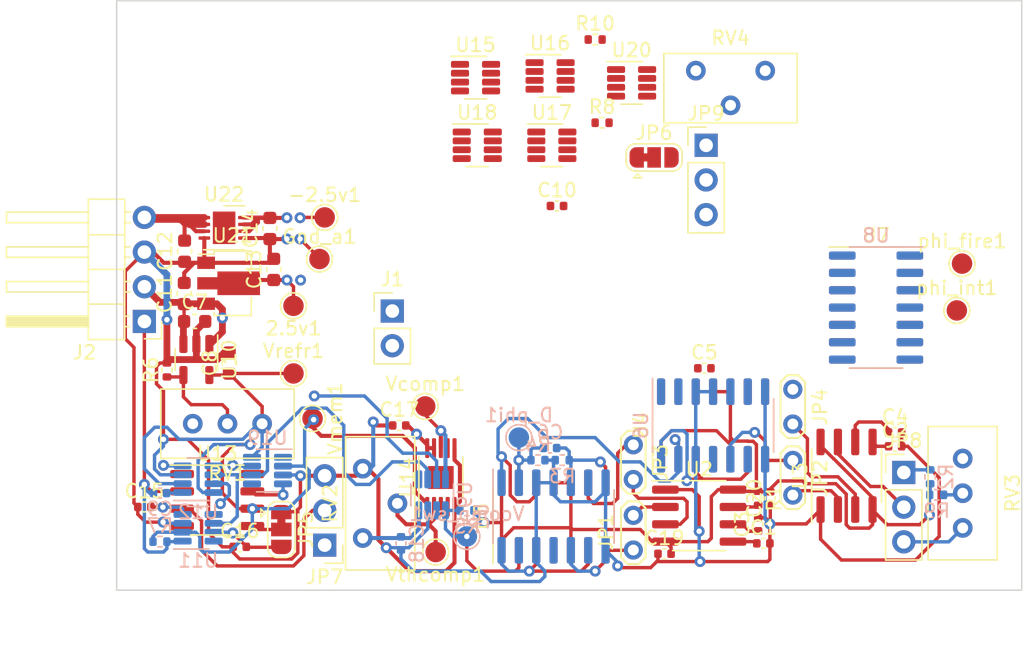
<source format=kicad_pcb>
(kicad_pcb (version 20211014) (generator pcbnew)
  (layers (0 "F.Cu" signal) (1 "In1.Cu" signal) (2 "In2.Cu" signal) (31 "B.Cu" signal) (34 "B.Paste" user) (35 "F.Paste" user) (36 "B.SilkS" user "B.Silkscreen") (37 "F.SilkS" user "F.Silkscreen") (38 "B.Mask" user) (39 "F.Mask" user) (44 "Edge.Cuts" user))
  (net 0 "")
  (net 1 "-2V5")
  (net 2 "+2V5")
  (net 3 "Net-(C1-Pad1)")
  (net 4 "GND")
  (net 5 "Net-(C2-Pad1)")
  (net 6 "Net-(C3-Pad1)")
  (net 7 "Net-(C4-Pad1)")
  (net 8 "phi_int")
  (net 9 "n_phi1")
  (net 10 "d_phi1")
  (net 11 "+5V")
  (net 12 "vrefr")
  (net 13 "I_in")
  (net 14 "Net-(C9-Pad2)")
  (net 15 "Net-(C10-Pad2)")
  (net 16 "-5V")
  (net 17 "vout")
  (net 18 "trig1")
  (net 19 "Net-(JP1-Pad2)")
  (net 20 "trig2")
  (net 21 "Net-(JP2-Pad2)")
  (net 22 "phi1")
  (net 23 "Net-(JP3-Pad2)")
  (net 24 "phi2")
  (net 25 "Net-(JP4-Pad2)")
  (net 26 "Net-(JP5-Pad2)")
  (net 27 "Net-(JP6-Pad2)")
  (net 28 "Net-(JP7-Pad1)")
  (net 29 "Net-(JP7-Pad2)")
  (net 30 "Net-(JP8-Pad1)")
  (net 31 "Net-(JP8-Pad2)")
  (net 32 "Net-(JP8-Pad3)")
  (net 33 "Net-(JP9-Pad1)")
  (net 34 "Net-(JP9-Pad3)")
  (net 35 "phi_fire")
  (net 36 "Net-(R1-Pad2)")
  (net 37 "vcomp_sw")
  (net 38 "Net-(R6-Pad1)")
  (net 39 "Net-(R7-Pad2)")
  (net 40 "Net-(R10-Pad1)")
  (net 41 "Net-(R9-Pad2)")
  (net 42 "Net-(R10-Pad2)")
  (net 44 "Net-(RV2-Pad2)")
  (net 47 "Net-(U1-Pad1)")
  (net 48 "Net-(U1-Pad14)")
  (net 50 "Net-(U4-Pad3)")
  (net 52 "Net-(U4-Pad14)")
  (net 59 "vcomp")
  (footprint "Package_TO_SOT_SMD:SOT-23-8" (layer "F.Cu") (at 65.913 79.1718)
    (fp_text reference "U15")
    (fp_text value "ADG619")
  )
  (footprint "Resistor_SMD:R_0402_1005Metric" (layer "F.Cu") (at 86.614 109.982 -90)
    (fp_text reference "R1")
    (fp_text value "4.7k")
  )
  (footprint "TestPoint:TestPoint_2Pads_Pitch2.54mm_Drill0.8mm" (layer "F.Cu") (at 77.47 113.772 90)
    (fp_text reference "JP1")
    (fp_text value "Jumper_2_Bridged")
  )
  (footprint "Potentiometer_THT:Potentiometer_Bourns_3296Y_Vertical" (layer "F.Cu") (at 57.653 107.813 90)
    (fp_text reference "RV2")
    (fp_text value "100k")
  )
  (footprint "TestPoint:TestPoint_Pad_D1.5mm" (layer "F.Cu") (at 53.975 104.14 -90)
    (fp_text reference "Vmem1")
    (fp_text value "TestPoint")
  )
  (footprint "Package_TO_SOT_SMD:SOT-23-8" (layer "F.Cu") (at 71.501 84.1248)
    (fp_text reference "U17")
    (fp_text value "ADG619")
  )
  (footprint "TestPoint:TestPoint_Pad_D1.5mm" (layer "F.Cu") (at 62.992 113.919 180)
    (fp_text reference "Vthcomp1")
    (fp_text value "TestPoint")
  )
  (footprint "Package_TO_SOT_SMD:SOT-23-8" (layer "F.Cu") (at 66.04 84.1248)
    (fp_text reference "U18")
    (fp_text value "ADG619")
  )
  (footprint "TestPoint:TestPoint_2Pads_Pitch2.54mm_Drill0.8mm" (layer "F.Cu") (at 89.154 102.001 -90)
    (fp_text reference "JP4")
    (fp_text value "Jumper_2_Bridged")
  )
  (footprint "Potentiometer_THT:Potentiometer_Bourns_3296W_Vertical" (layer "F.Cu") (at 101.6 112.151 -90)
    (fp_text reference "RV3")
    (fp_text value "5k")
  )
  (footprint "Package_TO_SOT_SMD:SOT-23-8" (layer "F.Cu") (at 77.343 79.5528)
    (fp_text reference "U20")
    (fp_text value "ADG619")
  )
  (footprint "Package_SO:SOIC-14_3.9x8.7mm_P1.27mm" (layer "F.Cu") (at 95.25 96.012)
    (fp_text reference "U7")
    (fp_text value "ALD1107")
  )
  (footprint "Capacitor_SMD:C_0603_1608Metric" (layer "F.Cu") (at 44.6018 91.8836 90)
    (fp_text reference "C12")
    (fp_text value "10uf")
  )
  (footprint "Package_SO:SO-8_3.9x4.9mm_P1.27mm" (layer "F.Cu") (at 46.99 110.109)
    (fp_text reference "U13")
    (fp_text value "LTC6268xS8-10")
  )
  (footprint "Jumper:SolderJumper-3_P1.3mm_Bridged12_RoundedPad1.0x1.5mm" (layer "F.Cu") (at 78.994 85.0138)
    (fp_text reference "JP6")
    (fp_text value "SolderJumper_3_Bridged12")
  )
  (footprint "Package_SO:SOIC-14_3.9x8.7mm_P1.27mm" (layer "F.Cu") (at 71.628 111.317 90)
    (fp_text reference "U5")
    (fp_text value "ALD1107")
  )
  (footprint "Resistor_SMD:R_0402_1005Metric" (layer "F.Cu") (at 43.307 100.584 90)
    (fp_text reference "R6")
    (fp_text value "10k")
  )
  (footprint "Capacitor_SMD:C_0402_1005Metric" (layer "F.Cu") (at 79.756 114.046)
    (fp_text reference "C19")
    (fp_text value "100n")
  )
  (footprint "Package_TO_SOT_SMD:SOT-23-8" (layer "F.Cu") (at 71.374 79.0448)
    (fp_text reference "U16")
    (fp_text value "ADG619")
  )
  (footprint "Package_DFN_QFN:DFN-8-1EP_3x3mm_P0.5mm_EP1.65x2.38mm" (layer "F.Cu") (at 47.4974 90.1694)
    (fp_text reference "U22")
    (fp_text value "LT3015EDD-2.5")
  )
  (footprint "Package_TO_SOT_SMD:SOT-23-5" (layer "F.Cu") (at 45.466 99.8165 -90)
    (fp_text reference "U10")
    (fp_text value "AP7366")
  )
  (footprint "Capacitor_SMD:C_0603_1608Metric" (layer "F.Cu") (at 50.8502 90.2202 90)
    (fp_text reference "C14")
    (fp_text value "10uf")
  )
  (footprint "Connector_PinHeader_2.54mm:PinHeader_1x03_P2.54mm_Vertical" (layer "F.Cu") (at 54.864 113.411 180)
    (fp_text reference "JP7")
    (fp_text value "Jumper_3_Bridged12")
  )
  (footprint "Package_SO:SOIC-8_3.9x4.9mm_P1.27mm" (layer "F.Cu") (at 82.296 111.252)
    (fp_text reference "U2")
    (fp_text value "LM555xM")
  )
  (footprint "Package_SO:SOIC-14_3.9x8.7mm_P1.27mm" (layer "F.Cu") (at 83.312 104.648 90)
    (fp_text reference "U4")
    (fp_text value "ALD1107")
  )
  (footprint "TestPoint:TestPoint_Pad_D1.5mm" (layer "F.Cu") (at 62.23 103.251)
    (fp_text reference "Vcomp1")
    (fp_text value "TestPoint")
  )
  (footprint "Jumper:SolderJumper-3_P1.3mm_Bridged12_RoundedPad1.0x1.5mm" (layer "F.Cu") (at 51.689 112.268 -90)
    (fp_text reference "JP5")
    (fp_text value "SolderJumper_3_Bridged12")
  )
  (footprint "Resistor_SMD:R_0402_1005Metric" (layer "F.Cu") (at 75.184 82.4738)
    (fp_text reference "R8")
    (fp_text value "500k")
  )
  (footprint "Potentiometer_THT:Potentiometer_Bourns_3296Y_Vertical" (layer "F.Cu") (at 87.132 78.6588)
    (fp_text reference "RV4")
    (fp_text value "500k")
  )
  (footprint "Capacitor_SMD:C_0402_1005Metric" (layer "F.Cu") (at 96.647 106.172)
    (fp_text reference "C2")
    (fp_text value "0.1u")
  )
  (footprint "Package_TO_SOT_SMD:SOT-89-3" (layer "F.Cu") (at 47.8276 94.2334)
    (fp_text reference "U21")
    (fp_text value "AP1117Y25G")
  )
  (footprint "Connector_PinHeader_2.54mm:PinHeader_1x03_P2.54mm_Vertical" (layer "F.Cu") (at 97.282 108.092)
    (fp_text reference "JP8")
    (fp_text value "Jumper_3_Bridged12")
  )
  (footprint "Capacitor_SMD:C_0402_1005Metric" (layer "F.Cu") (at 82.677 100.457)
    (fp_text reference "C5")
    (fp_text value "1n")
  )
  (footprint "Capacitor_SMD:C_0402_1005Metric" (layer "F.Cu") (at 96.647 105.156)
    (fp_text reference "C4")
    (fp_text value "0.25u")
  )
  (footprint "Capacitor_SMD:C_0603_1608Metric" (layer "F.Cu") (at 45.339 97.028)
    (fp_text reference "C7")
    (fp_text value "1u")
  )
  (footprint "Package_SO:SOIC-8_3.9x4.9mm_P1.27mm" (layer "F.Cu") (at 93.091 108.331 90)
    (fp_text reference "U3")
    (fp_text value "LM555xM")
  )
  (footprint "TestPoint:TestPoint_2Pads_Pitch2.54mm_Drill0.8mm" (layer "F.Cu") (at 89.154 107.208 -90)
    (fp_text reference "JP2")
    (fp_text value "Jumper_2_Bridged")
  )
  (footprint "TestPoint:TestPoint_Pad_D1.5mm" (layer "F.Cu") (at 54.483 92.456)
    (fp_text reference "Gnd_a1")
    (fp_text value "TestPoint")
  )
  (footprint "Potentiometer_THT:Potentiometer_Bourns_3296W_Vertical" (layer "F.Cu") (at 45.202 104.521 180)
    (fp_text reference "RV1")
    (fp_text value "20k")
  )
  (footprint "TestPoint:TestPoint_Pad_D1.5mm" (layer "F.Cu") (at 101.168 96.222)
    (fp_text reference "phi_int1")
    (fp_text value "TestPoint")
  )
  (footprint "Capacitor_SMD:C_0402_1005Metric" (layer "F.Cu") (at 87.503 109.982 90)
    (fp_text reference "C20")
    (fp_text value "100n")
  )
  (footprint "Capacitor_SMD:C_0402_1005Metric" (layer "F.Cu") (at 86.995 113.284)
    (fp_text reference "C1")
    (fp_text value "0.1u")
  )
  (footprint "Capacitor_SMD:C_0402_1005Metric" (layer "F.Cu") (at 86.614 111.887 90)
    (fp_text reference "C3")
    (fp_text value "0.03u")
  )
  (footprint "TestPoint:TestPoint_Pad_D1.5mm" (layer "F.Cu") (at 54.864 89.408)
    (fp_text reference "-2.5v1")
    (fp_text value "TestPoint")
  )
  (footprint "Capacitor_SMD:C_0402_1005Metric" (layer "F.Cu") (at 48.641 113.538)
    (fp_text reference "C16")
    (fp_text value "100n")
  )
  (footprint "Capacitor_SMD:C_0402_1005Metric" (layer "F.Cu") (at 60.325 104.648)
    (fp_text reference "C17")
    (fp_text value "100n")
  )
  (footprint "Capacitor_SMD:C_0603_1608Metric" (layer "F.Cu") (at 47.879 100.076 90)
    (fp_text reference "C8")
    (fp_text value "1u")
  )
  (footprint "Package_SO:MSOP-10-1EP_3x3mm_P0.5mm_EP1.68x1.88mm" (layer "F.Cu") (at 63.373 108.458 90)
    (fp_text reference "U14")
    (fp_text value "LT1715")
  )
  (footprint "Connector_PinHeader_2.54mm:PinHeader_1x02_P2.54mm_Vertical" (layer "F.Cu") (at 59.817 96.266)
    (fp_text reference "J1")
    (fp_text value "Output connector")
  )
  (footprint "TestPoint:TestPoint_Pad_D1.5mm" (layer "F.Cu") (at 52.578 100.838)
    (fp_text reference "Vrefr1")
    (fp_text value "TestPoint")
  )
  (footprint "TestPoint:TestPoint_Pad_D1.5mm" (layer "F.Cu") (at 52.578 95.885 180)
    (fp_text reference "2.5v1")
    (fp_text value "TestPoint")
  )
  (footprint "Connector_PinHeader_2.54mm:PinHeader_1x03_P2.54mm_Vertical" (layer "F.Cu") (at 82.804 84.1248)
    (fp_text reference "JP9")
    (fp_text value "Jumper_3_Bridged12")
  )
  (footprint "TestPoint:TestPoint_Pad_D1.5mm" (layer "F.Cu") (at 101.549 92.793)
    (fp_text reference "phi_fire1")
    (fp_text value "TestPoint")
  )
  (footprint "TestPoint:TestPoint_2Pads_Pitch2.54mm_Drill0.8mm" (layer "F.Cu") (at 77.47 106.065 -90)
    (fp_text reference "JP3")
    (fp_text value "Jumper_2_Bridged")
  )
  (footprint "Capacitor_SMD:C_0603_1608Metric" (layer "F.Cu") (at 44.5764 94.983 90)
    (fp_text reference "C11")
    (fp_text value "10uf")
  )
  (footprint "Connector_PinHeader_2.54mm:PinHeader_1x04_P2.54mm_Horizontal" (layer "F.Cu") (at 41.656 97.028 180)
    (fp_text reference "J2")
    (fp_text value "Input connector")
  )
  (footprint "Resistor_SMD:R_0402_1005Metric" (layer "F.Cu") (at 74.676 76.3778)
    (fp_text reference "R10")
    (fp_text value "10k")
  )
  (footprint "Capacitor_SMD:C_0603_1608Metric" (layer "F.Cu") (at 51.1296 93.2174 90)
    (fp_text reference "C13")
    (fp_text value "22uf")
  )
  (footprint "Capacitor_SMD:C_0402_1005Metric" (layer "F.Cu") (at 71.882 88.5698)
    (fp_text reference "C10")
    (fp_text value "500p")
  )
  (footprint "Capacitor_SMD:C_0402_1005Metric" (layer "F.Cu") (at 41.656 110.617)
    (fp_text reference "C15")
    (fp_text value "100n")
  )
  (footprint "Resistor_SMD:R_0402_1005Metric" (layer "B.Cu") (at 42.797 113.157 180)
    (fp_text reference "R7")
    (fp_text value "500k")
  )
  (footprint "TestPoint:TestPoint_Pad_D1.5mm" (layer "B.Cu") (at 69.088 105.537 180)
    (fp_text reference "D_phi1")
    (fp_text value "TestPoint")
  )
  (footprint "Resistor_SMD:R_0402_1005Metric" (layer "B.Cu") (at 65.278 110.871)
    (fp_text reference "R5")
    (fp_text value "109k")
  )
  (footprint "Package_SO:SOIC-14_3.9x8.7mm_P1.27mm" (layer "B.Cu") (at 95.25 96.012 180)
    (fp_text reference "U8")
    (fp_text value "ALD1106")
  )
  (footprint "Package_TO_SOT_SMD:SOT-23-8" (layer "B.Cu") (at 45.593 108.585)
    (fp_text reference "U12")
    (fp_text value "ADG619")
  )
  (footprint "Capacitor_SMD:C_0402_1005Metric" (layer "B.Cu") (at 60.452 113.284 90)
    (fp_text reference "C18")
    (fp_text value "100n")
  )
  (footprint "Package_SO:SOIC-14_3.9x8.7mm_P1.27mm" (layer "B.Cu") (at 71.628 111.317 -90)
    (fp_text reference "U1")
    (fp_text value "ALD1106")
  )
  (footprint "Package_TO_SOT_SMD:SOT-23-8" (layer "B.Cu") (at 62.738 109.728 90)
    (fp_text reference "U9")
    (fp_text value "ADG619")
  )
  (footprint "Capacitor_SMD:C_0402_1005Metric" (layer "B.Cu") (at 42.799 109.601)
    (fp_text reference "C9")
    (fp_text value "20n")
  )
  (footprint "Resistor_SMD:R_0402_1005Metric" (layer "B.Cu") (at 72.263 107.188)
    (fp_text reference "R3")
    (fp_text value "10k")
  )
  (footprint "Package_SO:SOIC-14_3.9x8.7mm_P1.27mm" (layer "B.Cu") (at 83.312 104.648 -90)
    (fp_text reference "U6")
    (fp_text value "ALD1106")
  )
  (footprint "Resistor_SMD:R_0402_1005Metric" (layer "B.Cu") (at 70.485 107.188 180)
    (fp_text reference "R4")
    (fp_text value "1M")
  )
  (footprint "Capacitor_SMD:C_0402_1005Metric" (layer "B.Cu") (at 71.374 106.299 180)
    (fp_text reference "C6")
    (fp_text value "10p")
  )
  (footprint "Resistor_SMD:R_0402_1005Metric" (layer "B.Cu") (at 99.693 109.728)
    (fp_text reference "R9")
    (fp_text value "330")
  )
  (footprint "TestPoint:TestPoint_Pad_D1.5mm" (layer "B.Cu") (at 65.278 112.776 180)
    (fp_text reference "Vcomp_sw1")
    (fp_text value "TestPoint")
  )
  (footprint "Resistor_SMD:R_0402_1005Metric" (layer "B.Cu") (at 99.2124 108.4072 90)
    (fp_text reference "R2")
    (fp_text value "4.7k")
  )
  (footprint "Package_TO_SOT_SMD:SOT-23-8" (layer "B.Cu") (at 45.593 112.141)
    (fp_text reference "U11")
    (fp_text value "ADG619")
  )
  (footprint "Package_TO_SOT_SMD:SOT-23-8" (layer "B.Cu") (at 50.673 107.95 180)
    (fp_text reference "U19")
    (fp_text value "ADG619")
  )
  (gr_rect (start 105.918 116.713) (end 39.624 73.533) (layer "Edge.Cuts") (width 0.1) (fill none))
  (segment (start 49.3302 90.4194) (end 49.9742 89.7754) (width 0.3) (layer "F.Cu") (net 1))
  (segment (start 49.9742 89.7754) (end 49.9742 89.4452) (width 0.3) (layer "F.Cu") (net 1))
  (segment (start 50.8244 89.4194) (end 50.8502 89.4452) (width 0.3) (layer "F.Cu") (net 1))
  (segment (start 49.5 89.9194) (end 49.9742 89.4452) (width 0.3) (layer "F.Cu") (net 1))
  (segment (start 54.864 89.408) (end 53.086 89.408) (width 0.25) (layer "F.Cu") (net 1))
  (segment (start 53.086 89.408) (end 53.0606 89.4334) (width 0.25) (layer "F.Cu") (net 1))
  (segment (start 49.9742 89.4452) (end 50.8502 89.4452) (width 0.3) (layer "F.Cu") (net 1))
  (segment (start 48.9474 89.9194) (end 49.5 89.9194) (width 0.3) (layer "F.Cu") (net 1))
  (segment (start 51.689 113.568) (end 49.179 113.568) (width 0.25) (layer "F.Cu") (net 1))
  (segment (start 49.179 113.568) (end 48.133 112.522) (width 0.25) (layer "F.Cu") (net 1))
  (segment (start 48.9474 89.4194) (end 50.8244 89.4194) (width 0.3) (layer "F.Cu") (net 1))
  (segment (start 48.9474 90.4194) (end 49.3302 90.4194) (width 0.3) (layer "F.Cu") (net 1))
  (segment (start 52.0836 89.4452) (end 52.0954 89.4334) (width 0.3) (layer "F.Cu") (net 1))
  (segment (start 50.8502 89.4452) (end 52.0836 89.4452) (width 0.3) (layer "F.Cu") (net 1))
  (via (at 47.227819 110.3795) (size 0.8) (drill 0.4) (layers "F.Cu" "B.Cu") (net 1))
  (via (at 52.0954 89.4334) (size 0.8) (drill 0.4) (layers "F.Cu" "B.Cu") (net 1))
  (via (at 48.133 112.522) (size 0.8) (drill 0.4) (layers "F.Cu" "B.Cu") (net 1))
  (via (at 54.102 102.489) (size 0.8) (drill 0.4) (layers "F.Cu" "B.Cu") (net 1))
  (via (at 53.0606 89.4334) (size 0.8) (drill 0.4) (layers "F.Cu" "B.Cu") (net 1))
  (via (at 48.133 107.569) (size 0.8) (drill 0.4) (layers "F.Cu" "B.Cu") (net 1))
  (segment (start 47.879 109.093) (end 47.879 109.728319) (width 0.25) (layer "B.Cu") (net 1))
  (segment (start 63.063 107.259) (end 62.484 106.68) (width 0.25) (layer "B.Cu") (net 1))
  (segment (start 59.436 104.14) (end 57.785 102.489) (width 0.25) (layer "B.Cu") (net 1))
  (segment (start 46.7305 108.91) (end 47.696 108.91) (width 0.25) (layer "B.Cu") (net 1))
  (segment (start 47.879 109.728319) (end 47.227819 110.3795) (width 0.25) (layer "B.Cu") (net 1))
  (segment (start 59.436 105.537) (end 59.436 104.14) (width 0.25) (layer "B.Cu") (net 1))
  (segment (start 57.785 102.489) (end 54.102 102.489) (width 0.25) (layer "B.Cu") (net 1))
  (segment (start 48.077 112.466) (end 48.133 112.522) (width 0.25) (layer "B.Cu") (net 1))
  (segment (start 60.579 106.68) (end 59.436 105.537) (width 0.25) (layer "B.Cu") (net 1))
  (segment (start 47.696 108.91) (end 47.879 109.093) (width 0.25) (layer "B.Cu") (net 1))
  (segment (start 49.5355 107.625) (end 48.189 107.625) (width 0.25) (layer "B.Cu") (net 1))
  (segment (start 62.484 106.68) (end 60.579 106.68) (width 0.25) (layer "B.Cu") (net 1))
  (segment (start 63.063 108.5905) (end 63.063 107.259) (width 0.25) (layer "B.Cu") (net 1))
  (segment (start 46.7305 112.466) (end 48.077 112.466) (width 0.25) (layer "B.Cu") (net 1))
  (segment (start 48.189 107.625) (end 48.133 107.569) (width 0.25) (layer "B.Cu") (net 1))
  (segment (start 42.136 110.617) (end 42.997 110.617) (width 0.25) (layer "F.Cu") (net 2))
  (segment (start 52.578 95.885) (end 52.578 94.478) (width 0.25) (layer "F.Cu") (net 2))
  (segment (start 52.0924 93.9924) (end 52.1 94) (width 0.3) (layer "F.Cu") (net 2))
  (segment (start 51.1296 93.9924) (end 52.0924 93.9924) (width 0.3) (layer "F.Cu") (net 2))
  (segment (start 46.5061 93.9924) (end 46.2651 94.2334) (width 0.3) (layer "F.Cu") (net 2))
  (segment (start 42.997 110.617) (end 43.0135 110.6335) (width 0.25) (layer "F.Cu") (net 2))
  (segment (start 49.819 109.728) (end 49.565 109.474) (width 0.25) (layer "F.Cu") (net 2))
  (segment (start 52.578 94.478) (end 52.1 94) (width 0.25) (layer "F.Cu") (net 2))
  (segment (start 51.816 109.728) (end 49.819 109.728) (width 0.25) (layer "F.Cu") (net 2))
  (segment (start 51.1296 93.9924) (end 46.5061 93.9924) (width 0.3) (layer "F.Cu") (net 2))
  (via (at 52.1 94) (size 0.8) (drill 0.4) (layers "F.Cu" "B.Cu") (net 2))
  (via (at 53.1 94) (size 0.8) (drill 0.4) (layers "F.Cu" "B.Cu") (net 2))
  (via (at 43.053 107.569) (size 0.8) (drill 0.4) (layers "F.Cu" "B.Cu") (net 2))
  (via (at 43.0135 110.6335) (size 0.8) (drill 0.4) (layers "F.Cu" "B.Cu") (net 2))
  (via (at 51.816 109.728) (size 0.8) (drill 0.4) (layers "F.Cu" "B.Cu") (net 2))
  (segment (start 61.763 112.227) (end 61.763 110.8655) (width 0.3) (layer "B.Cu") (net 2))
  (segment (start 44.4555 107.61) (end 43.094 107.61) (width 0.25) (layer "B.Cu") (net 2))
  (segment (start 44.4555 110.7495) (end 44.3395 110.6335) (width 0.25) (layer "B.Cu") (net 2))
  (segment (start 51.8105 108.925) (end 51.8105 109.7225) (width 0.25) (layer "B.Cu") (net 2))
  (segment (start 44.4555 111.166) (end 44.4555 110.7495) (width 0.25) (layer "B.Cu") (net 2))
  (segment (start 43.094 107.61) (end 43.053 107.569) (width 0.25) (layer "B.Cu") (net 2))
  (segment (start 51.8105 109.7225) (end 51.816 109.728) (width 0.25) (layer "B.Cu") (net 2))
  (segment (start 61.097 112.893) (end 61.763 112.227) (width 0.3) (layer "B.Cu") (net 2))
  (segment (start 57.653 112.893) (end 61.097 112.893) (width 0.3) (layer "B.Cu") (net 2))
  (segment (start 44.3395 110.6335) (end 43.0135 110.6335) (width 0.25) (layer "B.Cu") (net 2))
  (segment (start 86.388 113.157) (end 86.515 113.284) (width 0.25) (layer "F.Cu") (net 3))
  (segment (start 84.771 113.157) (end 86.388 113.157) (width 0.25) (layer "F.Cu") (net 3))
  (segment (start 81.788 109.347) (end 82.042 109.601) (width 0.25) (layer "F.Cu") (net 4))
  (segment (start 51.1296 92.4424) (end 50.8386 92.7334) (width 0.3) (layer "F.Cu") (net 4))
  (segment (start 52.083 90.9952) (end 52.0954 90.9828) (width 0.3) (layer "F.Cu") (net 4))
  (segment (start 87.475 113.284) (end 87.475 114.455) (width 0.25) (layer "F.Cu") (net 4))
  (segment (start 52.8955 110.8075) (end 52.8955 113.9825) (width 0.25) (layer "F.Cu") (net 4))
  (segment (start 79.276 114.526) (end 79.1845 114.6175) (width 0.25) (layer "F.Cu") (net 4))
  (segment (start 79.821 109.347) (end 81.788 109.347) (width 0.25) (layer "F.Cu") (net 4))
  (segment (start 97.127 105.156) (end 97.127 106.172) (width 0.25) (layer "F.Cu") (net 4))
  (segment (start 58.801 108.585) (end 58.029 107.813) (width 0.3) (layer "F.Cu") (net 4))
  (segment (start 99.8728 112.776) (end 98.1456 114.5032) (width 0.25) (layer "F.Cu") (net 4))
  (segment (start 42.4328 92.0898) (end 42.0426 92.0898) (width 0.3) (layer "F.Cu") (net 4))
  (segment (start 79.276 114.046) (end 79.276 114.526) (width 0.25) (layer "F.Cu") (net 4))
  (segment (start 44.5764 93.4686) (end 45.3116 92.7334) (width 0.3) (layer "F.Cu") (net 4))
  (segment (start 54.483 92.456) (end 54.483 92.4052) (width 0.25) (layer "F.Cu") (net 4))
  (segment (start 46.0474 92.6032) (end 46.1776 92.7334) (width 0.3) (layer "F.Cu") (net 4))
  (segment (start 82.3595 114.6175) (end 79.1845 114.6175) (width 0.25) (layer "F.Cu") (net 4))
  (segment (start 46.99 99.822) (end 45.339 99.822) (width 0.5) (layer "F.Cu") (net 4))
  (segment (start 45.3116 92.7334) (end 43.0764 92.7334) (width 0.3) (layer "F.Cu") (net 4))
  (segment (start 78.74 115.062) (end 76.454 115.062) (width 0.25) (layer "F.Cu") (net 4))
  (segment (start 86.614 111.407) (end 87.15 111.407) (width 0.25) (layer "F.Cu") (net 4))
  (segment (start 92.71 114.5032) (end 91.186 112.9792) (width 0.25) (layer "F.Cu") (net 4))
  (segment (start 82.296 109.855) (end 82.296 112.395) (width 0.25) (layer "F.Cu") (net 4))
  (segment (start 46.355 107.188) (end 44.831 105.664) (width 0.25) (layer "F.Cu") (net 4))
  (segment (start 41.176 110.617) (end 41.176 111.153) (width 0.25) (layer "F.Cu") (net 4))
  (segment (start 52.735 110.968) (end 51.689 110.968) (width 0.25) (layer "F.Cu") (net 4))
  (segment (start 40.894 110.335) (end 40.894 98.933) (width 0.25) (layer "F.Cu") (net 4))
  (segment (start 50.8386 92.7334) (end 48.9184 92.7334) (width 0.3) (layer "F.Cu") (net 4))
  (segment (start 91.186 112.9792) (end 91.186 110.806) (width 0.25) (layer "F.Cu") (net 4))
  (segment (start 59.3725 113.6015) (end 58.801 113.03) (width 0.3) (layer "F.Cu") (net 4))
  (segment (start 48.641 114.427) (end 48.133 113.919) (width 0.25) (layer "F.Cu") (net 4))
  (segment (start 43.559 99.822) (end 43.307 100.074) (width 0.5) (layer "F.Cu") (net 4))
  (segment (start 42.801 100.074) (end 43.307 100.074) (width 0.25) (layer "F.Cu") (net 4))
  (segment (start 45.466 98.679) (end 45.466 97.676) (width 0.5) (layer "F.Cu") (net 4))
  (segment (start 48.133 113.919) (end 48.133 113.566) (width 0.25) (layer "F.Cu") (net 4))
  (segment (start 48.9474 90.9194) (end 50.7744 90.9194) (width 0.3) (layer "F.Cu") (net 4))
  (segment (start 52.451 114.427) (end 48.641 114.427) (width 0.25) (layer "F.Cu") (net 4))
  (segment (start 45.339 99.822) (end 43.559 99.822) (width 0.5) (layer "F.Cu") (net 4))
  (segment (start 50.8502 92.163) (end 51.1296 92.4424) (width 0.3) (layer "F.Cu") (net 4))
  (segment (start 87.475 111.732) (end 87.475 111.859) (width 0.25) (layer "F.Cu") (net 4))
  (segment (start 50.7744 90.9194) (end 50.8502 90.9952) (width 0.3) (layer "F.Cu") (net 4))
  (segment (start 87.503 110.462) (end 87.503 111.831) (width 0.25) (layer "F.Cu") (net 4))
  (segment (start 52.8955 110.8075) (end 52.735 110.968) (width 0.25) (layer "F.Cu") (net 4))
  (segment (start 40.259 93.345) (end 41.656 91.948) (width 0.25) (layer "F.Cu") (net 4))
  (segment (start 64.77 110.211) (end 64.373 110.608) (width 0.3) (layer "F.Cu") (net 4))
  (segment (start 87.15 111.407) (end 87.475 111.732) (width 0.25) (layer "F.Cu") (net 4))
  (segment (start 50.8502 90.9952) (end 50.8502 92.163) (width 0.3) (layer "F.Cu") (net 4))
  (segment (start 43.0764 92.7334) (end 42.4328 92.0898) (width 0.3) (layer "F.Cu") (net 4))
  (segment (start 87.3125 114.6175) (end 82.3595 114.6175) (width 0.25) (layer "F.Cu") (net 4))
  (segment (start 64.373 110.608) (end 64.373 114.697) (width 0.3) (layer "F.Cu") (net 4))
  (segment (start 91.186 110.806) (end 90.133 111.859) (width 0.25) (layer "F.Cu") (net 4))
  (segment (start 97.127 106.172) (end 97.565022 106.172) (width 0.25) (layer "F.Cu") (net 4))
  (segment (start 50.8502 90.9952) (end 52.083 90.9952) (width 0.3) (layer "F.Cu") (net 4))
  (segment (start 40.259 98.298) (end 40.259 93.345) (width 0.25) (layer "F.Cu") (net 4))
  (segment (start 42.545 100.33) (end 42.801 100.074) (width 0.25) (layer "F.Cu") (net 4))
  (segment (start 45.466 98.679) (end 45.466 99.695) (width 0.5) (layer "F.Cu") (net 4))
  (segment (start 46.1776 92.7334) (end 45.3116 92.7334) (width 0.3) (layer "F.Cu") (net 4))
  (segment (start 97.565022 106.172) (end 99.8728 108.479778) (width 0.25) (layer "F.Cu") (net 4))
  (segment (start 61.087 115.316) (end 59.3725 113.6015) (width 0.3) (layer "F.Cu") (net 4))
  (segment (start 82.042 109.601) (end 82.296 109.855) (width 0.25) (layer "F.Cu") (net 4))
  (segment (start 47.879 99.301) (end 47.511 99.301) (width 0.5) (layer "F.Cu") (net 4))
  (segment (start 47.511 99.301) (end 46.99 99.822) (width 0.5) (layer "F.Cu") (net 4))
  (segment (start 41.176 110.617) (end 40.894 110.335) (width 0.25) (layer "F.Cu") (net 4))
  (segment (start 79.1845 114.6175) (end 78.74 115.062) (width 0.25) (layer "F.Cu") (net 4))
  (segment (start 52.8955 113.9825) (end 52.451 114.427) (width 0.25) (layer "F.Cu") (net 4))
  (segment (start 46.0474 90.9194) (end 46.0474 92.6032) (width 0.3) (layer "F.Cu") (net 4))
  (segment (start 43.053 102.108) (end 42.545 101.6) (width 0.25) (layer "F.Cu") (net 4))
  (segment (start 46.355 112.522) (end 46.355 107.188) (width 0.25) (layer "F.Cu") (net 4))
  (segment (start 87.503 111.831) (end 87.475 111.859) (width 0.25) (layer "F.Cu") (net 4))
  (segment (start 57.135 108.331) (end 57.653 107.813) (width 0.3) (layer "F.Cu") (net 4))
  (segment (start 87.475 114.455) (end 87.3125 114.6175) (width 0.25) (layer "F.Cu") (net 4))
  (segment (start 42.545 101.6) (end 42.545 100.33) (width 0.25) (layer "F.Cu") (net 4))
  (segment (start 64.373 106.308) (end 64.373 107.172) (width 0.3) (layer "F.Cu") (net 4))
  (segment (start 47.371 113.538) (end 46.355 112.522) (width 0.25) (layer "F.Cu") (net 4))
  (segment (start 54.61 108.331) (end 57.135 108.331) (width 0.3) (layer "F.Cu") (net 4))
  (segment (start 47.879 99.301) (end 47.638 99.301) (width 0.25) (layer "F.Cu") (net 4))
  (segment (start 43.307 96.901) (end 43.307 100.074) (width 0.5) (layer "F.Cu") (net 4))
  (segment (start 98.1456 114.5032) (end 92.71 114.5032) (width 0.25) (layer "F.Cu") (net 4))
  (segment (start 54.61 108.331) (end 53.086 108.331) (width 0.3) (layer "F.Cu") (net 4))
  (segment (start 40.894 98.933) (end 40.259 98.298) (width 0.25) (layer "F.Cu") (net 4))
  (segment (start 87.475 111.859) (end 87.475 113.284) (width 0.25) (layer "F.Cu") (net 4))
  (segment (start 45.466 97.676) (end 46.114 97.028) (width 0.5) (layer "F.Cu") (net 4))
  (segment (start 45.466 99.695) (end 45.339 99.822) (width 0.5) (layer "F.Cu") (net 4))
  (segment (start 59.845 104.648) (end 58.674 104.648) (width 0.3) (layer "F.Cu") (net 4))
  (segment (start 76.454 115.062) (end 76.327 114.935) (width 0.25) (layer "F.Cu") (net 4))
  (segment (start 99.8728 108.479778) (end 99.8728 112.776) (width 0.25) (layer "F.Cu") (net 4))
  (segment (start 64.373 114.697) (end 63.754 115.316) (width 0.3) (layer "F.Cu") (net 4))
  (segment (start 41.751829 111.728829) (end 43.027141 111.728829) (width 0.25) (layer "F.Cu") (net 4))
  (segment (start 44.5764 94.208) (end 44.5764 93.4686) (width 0.3) (layer "F.Cu") (net 4))
  (segment (start 64.77 107.569) (end 64.77 110.211) (width 0.3) (layer "F.Cu") (net 4))
  (segment (start 63.754 115.316) (end 61.087 115.316) (width 0.3) (layer "F.Cu") (net 4))
  (segment (start 54.483 92.4052) (end 53.0606 90.9828) (width 0.25) (layer "F.Cu") (net 4))
  (segment (start 58.801 113.03) (end 58.801 108.585) (width 0.3) (layer "F.Cu") (net 4))
  (segment (start 43.053 105.664) (end 43.053 102.108) (width 0.25) (layer "F.Cu") (net 4))
  (segment (start 58.029 107.813) (end 57.653 107.813) (width 0.3) (layer "F.Cu") (net 4))
  (segment (start 53.086 110.617) (end 52.8955 110.8075) (width 0.25) (layer "F.Cu") (net 4))
  (segment (start 58.674 104.648) (end 58.42 104.394) (width 0.3) (layer "F.Cu") (net 4))
  (segment (start 53.086 108.331) (end 53.086 110.617) (width 0.25) (layer "F.Cu") (net 4))
  (segment (start 48.161 113.538) (end 47.371 113.538) (width 0.25) (layer "F.Cu") (net 4))
  (segment (start 48.9184 92.7334) (end 46.1776 92.7334) (width 0.3) (layer "F.Cu") (net 4))
  (segment (start 44.831 105.664) (end 43.053 105.664) (width 0.25) (layer "F.Cu") (net 4))
  (segment (start 48.133 113.566) (end 48.161 113.538) (width 0.25) (layer "F.Cu") (net 4))
  (segment (start 41.176 111.153) (end 41.751829 111.728829) (width 0.25) (layer "F.Cu") (net 4))
  (segment (start 64.373 107.172) (end 64.77 107.569) (width 0.3) (layer "F.Cu") (net 4))
  (segment (start 90.133 111.859) (end 87.475 111.859) (width 0.25) (layer "F.Cu") (net 4))
  (via (at 82.3595 114.6175) (size 0.8) (drill 0.4) (layers "F.Cu" "B.Cu") (net 4))
  (via (at 82.296 112.395) (size 0.8) (drill 0.4) (layers "F.Cu" "B.Cu") (net 4))
  (via (at 43.027141 111.728829) (size 0.8) (drill 0.4) (layers "F.Cu" "B.Cu") (net 4))
  (via (at 43.053 105.664) (size 0.8) (drill 0.4) (layers "F.Cu" "B.Cu") (net 4))
  (via (at 58.42 104.394) (size 0.8) (drill 0.4) (layers "F.Cu" "B.Cu") (net 4))
  (via (at 76.327 114.935) (size 0.8) (drill 0.4) (layers "F.Cu" "B.Cu") (net 4))
  (via (at 43.307 96.901) (size 0.8) (drill 0.4) (layers "F.Cu" "B.Cu") (net 4))
  (via (at 59.3725 113.6015) (size 0.8) (drill 0.4) (layers "F.Cu" "B.Cu") (net 4))
  (via (at 87.475 111.859) (size 0.8) (drill 0.4) (layers "F.Cu" "B.Cu") (net 4))
  (via (at 52.0954 90.9828) (size 0.8) (drill 0.4) (layers "F.Cu" "B.Cu") (net 4))
  (via (at 53.086 108.331) (size 0.8) (drill 0.4) (layers "F.Cu" "B.Cu") (net 4))
  (via (at 53.0606 90.9828) (size 0.8) (drill 0.4) (layers "F.Cu" "B.Cu") (net 4))
  (segment (start 72.136 110.236) (end 74.676 110.236) (width 0.25) (layer "B.Cu") (net 4))
  (segment (start 87.122 107.123) (end 87.122 102.173) (width 0.25) (layer "B.Cu") (net 4))
  (segment (start 82.296 114.554) (end 82.3595 114.6175) (width 0.25) (layer "B.Cu") (net 4))
  (segment (start 70.358 113.792) (end 70.358 114.681) (width 0.25) (layer "B.Cu") (net 4))
  (segment (start 53.03 108.275) (end 53.086 108.331) (width 0.25) (layer "B.Cu") (net 4))
  (segment (start 74.676 110.236) (end 75.438 109.474) (width 0.25) (layer "B.Cu") (net 4))
  (segment (start 87.122 111.506) (end 87.475 111.859) (width 0.25) (layer "B.Cu") (net 4))
  (segment (start 83.312 102.173) (end 82.042 102.173) (width 0.25) (layer "B.Cu") (net 4))
  (segment (start 43.053 106.172) (end 43.053 105.664) (width 0.25) (layer "B.Cu") (net 4))
  (segment (start 70.612 116.078) (end 67.056 116.078) (width 0.25) (layer "B.Cu") (net 4))
  (segment (start 51.8105 108.275) (end 53.03 108.275) (width 0.25) (layer "B.Cu") (net 4))
  (segment (start 71.628 107.313) (end 71.753 107.188) (width 0.25) (layer "B.Cu") (net 4))
  (segment (start 62.413 112.212) (end 61.0235 113.6015) (width 0.25) (layer "B.Cu") (net 4))
  (segment (start 58.42 104.394) (end 58.42 107.569) (width 0.3) (layer "B.Cu") (net 4))
  (segment (start 60.452 114.427) (end 60.452 113.764) (width 0.25) (layer "B.Cu") (net 4))
  (segment (start 70.358 114.681) (end 70.993 115.316) (width 0.25) (layer "B.Cu") (net 4))
  (segment (start 87.122 107.123) (end 87.122 111.506) (width 0.25) (layer "B.Cu") (net 4))
  (segment (start 75.438 108.842) (end 75.438 113.792) (width 0.25) (layer "B.Cu") (net 4))
  (segment (start 76.327 114.681) (end 75.438 113.792) (width 0.25) (layer "B.Cu") (net 4))
  (segment (start 43.307 96.901) (end 43.307 93.599) (width 0.5) (layer "B.Cu") (net 4))
  (segment (start 71.628 109.728) (end 72.136 110.236) (width 0.25) (layer "B.Cu") (net 4))
  (segment (start 42.401489 107.838866) (end 42.401489 106.823511) (width 0.25) (layer "B.Cu") (net 4))
  (segment (start 42.401489 106.823511) (end 43.053 106.172) (width 0.25) (layer "B.Cu") (net 4))
  (segment (start 66.294 115.316) (end 61.341 115.316) (width 0.25) (layer "B.Cu") (net 4))
  (segment (start 44.4555 111.816) (end 43.114312 111.816) (width 0.25) (layer "B.Cu") (net 4))
  (segment (start 67.056 116.078) (end 66.294 115.316) (width 0.25) (layer "B.Cu") (net 4))
  (segment (start 82.042 107.123) (end 82.042 102.173) (width 0.25) (layer "B.Cu") (net 4))
  (segment (start 61.0235 113.6015) (end 59.3725 113.6015) (width 0.25) (layer "B.Cu") (net 4))
  (segment (start 70.995 107.188) (end 71.753 107.188) (width 0.25) (layer "B.Cu") (net 4))
  (segment (start 76.327 114.935) (end 76.327 114.681) (width 0.25) (layer "B.Cu") (net 4))
  (segment (start 71.628 108.842) (end 70.358 108.842) (width 0.25) (layer "B.Cu") (net 4))
  (segment (start 75.438 109.474) (end 75.438 108.842) (width 0.25) (layer "B.Cu") (net 4))
  (segment (start 71.628 108.842) (end 71.628 109.728) (width 0.25) (layer "B.Cu") (net 4))
  (segment (start 70.993 115.697) (end 70.612 116.078) (width 0.25) (layer "B.Cu") (net 4))
  (segment (start 61.341 115.316) (end 60.452 114.427) (width 0.25) (layer "B.Cu") (net 4))
  (segment (start 58.176 107.813) (end 57.653 107.813) (width 0.3) (layer "B.Cu") (net 4))
  (segment (start 70.993 115.316) (end 70.993 115.697) (width 0.25) (layer "B.Cu") (net 4))
  (segment (start 58.42 107.569) (end 58.176 107.813) (width 0.3) (layer "B.Cu") (net 4))
  (segment (start 71.628 108.842) (end 71.628 107.313) (width 0.25) (layer "B.Cu") (net 4))
  (segment (start 70.358 108.842) (end 70.358 113.792) (width 0.25) (layer "B.Cu") (net 4))
  (segment (start 62.413 110.8655) (end 62.413 112.212) (width 0.25) (layer "B.Cu") (net 4))
  (segment (start 42.822623 108.26) (end 42.401489 107.838866) (width 0.25) (layer "B.Cu") (net 4))
  (segment (start 44.4555 108.26) (end 42.822623 108.26) (width 0.25) (layer "B.Cu") (net 4))
  (segment (start 82.042 112.141) (end 82.296 112.395) (width 0.25) (layer "B.Cu") (net 4))
  (segment (start 43.307 93.599) (end 41.656 91.948) (width 0.5) (layer "B.Cu") (net 4))
  (segment (start 43.114312 111.816) (end 43.027141 111.728829) (width 0.25) (layer "B.Cu") (net 4))
  (segment (start 82.296 112.395) (end 82.296 114.554) (width 0.25) (layer "B.Cu") (net 4))
  (segment (start 82.042 107.123) (end 82.042 112.141) (width 0.25) (layer "B.Cu") (net 4))
  (segment (start 95.312 106.172) (end 94.996 105.856) (width 0.25) (layer "F.Cu") (net 5))
  (segment (start 96.167 106.172) (end 95.312 106.172) (width 0.25) (layer "F.Cu") (net 5))
  (segment (start 85.979 112.395) (end 86.586 112.395) (width 0.25) (layer "F.Cu") (net 6))
  (segment (start 84.771 111.887) (end 85.471 111.887) (width 0.25) (layer "F.Cu") (net 6))
  (segment (start 85.471 111.887) (end 85.979 112.395) (width 0.25) (layer "F.Cu") (net 6))
  (segment (start 86.586 112.395) (end 86.614 112.367) (width 0.25) (layer "F.Cu") (net 6))
  (segment (start 93.98 104.394) (end 93.726 104.648) (width 0.25) (layer "F.Cu") (net 7))
  (segment (start 93.726 104.648) (end 93.726 105.856) (width 0.25) (layer "F.Cu") (net 7))
  (segment (start 96.167 104.93) (end 95.631 104.394) (width 0.25) (layer "F.Cu") (net 7))
  (segment (start 96.167 105.156) (end 96.167 104.93) (width 0.25) (layer "F.Cu") (net 7))
  (segment (start 95.631 104.394) (end 93.98 104.394) (width 0.25) (layer "F.Cu") (net 7))
  (segment (start 75.438 107.696) (end 75.057 107.315) (width 0.25) (layer "F.Cu") (net 9))
  (segment (start 75.438 108.842) (end 75.438 107.696) (width 0.25) (layer "F.Cu") (net 9))
  (via (at 75.057 107.315) (size 0.8) (drill 0.4) (layers "F.Cu" "B.Cu") (net 9))
  (segment (start 72.898 108.842) (end 72.898 107.313) (width 0.25) (layer "B.Cu") (net 9))
  (segment (start 72.773 106.555) (end 72.773 107.188) (width 0.25) (layer "B.Cu") (net 9))
  (segment (start 72.773 107.188) (end 74.93 107.188) (width 0.25) (layer "B.Cu") (net 9))
  (segment (start 72.517 106.299) (end 72.773 106.555) (width 0.25) (layer "B.Cu") (net 9))
  (segment (start 72.898 107.313) (end 72.773 107.188) (width 0.25) (layer "B.Cu") (net 9))
  (segment (start 71.854 106.299) (end 72.517 106.299) (width 0.25) (layer "B.Cu") (net 9))
  (segment (start 74.93 107.188) (end 75.057 107.315) (width 0.25) (layer "B.Cu") (net 9))
  (segment (start 69.088 107.188) (end 69.088 108.842) (width 0.25) (layer "F.Cu") (net 10))
  (via (at 69.088 107.188) (size 0.8) (drill 0.4) (layers "F.Cu" "B.Cu") (net 10))
  (segment (start 70.104 106.299) (end 69.975 106.428) (width 0.25) (layer "B.Cu") (net 10))
  (segment (start 70.894 106.299) (end 70.104 106.299) (width 0.25) (layer "B.Cu") (net 10))
  (segment (start 69.088 107.188) (end 69.975 107.188) (width 0.25) (layer "B.Cu") (net 10))
  (segment (start 69.088 105.537) (end 69.088 107.188) (width 0.25) (layer "B.Cu") (net 10))
  (segment (start 69.975 106.428) (end 69.975 107.188) (width 0.25) (layer "B.Cu") (net 10))
  (segment (start 69.088 107.188) (end 69.088 108.842) (width 0.25) (layer "B.Cu") (net 10))
  (segment (start 72.898 113.792) (end 72.898 112.141) (width 0.25) (layer "F.Cu") (net 11))
  (segment (start 71.628 108.842) (end 72.898 108.842) (width 0.25) (layer "F.Cu") (net 11))
  (segment (start 84.582 106.045) (end 83.566 105.029) (width 0.25) (layer "F.Cu") (net 11))
  (segment (start 79.821 113.157) (end 82.931 113.157) (width 0.25) (layer "F.Cu") (net 11))
  (segment (start 47.371 96.774) (end 47.371 96.139) (width 0.5) (layer "F.Cu") (net 11))
  (segment (start 94.996 111.9124) (end 94.996 110.806) (width 0.25) (layer "F.Cu") (net 11))
  (segment (start 88.0872 108.712) (end 89.8652 108.712) (width 0.25) (layer "F.Cu") (net 11))
  (segment (start 60.96 104.648) (end 61.595 105.283) (width 0.3) (layer "F.Cu") (net 11))
  (segment (start 90.0684 108.9152) (end 92.3036 108.9152) (width 0.25) (layer "F.Cu") (net 11))
  (segment (start 67.818 113.792) (end 67.818 113.03) (width 0.25) (layer "F.Cu") (net 11))
  (segment (start 46.1776 95.7334) (end 44.601 95.7334) (width 0.5) (layer "F.Cu") (net 11))
  (segment (start 91.186 105.856) (end 91.186 106.128835) (width 0.25) (layer "F.Cu") (net 11))
  (segment (start 78.867 113.157) (end 77.978 112.268) (width 0.25) (layer "F.Cu") (net 11))
  (segment (start 83.312 102.173) (end 84.582 102.173) (width 0.25) (layer "F.Cu") (net 11))
  (segment (start 87.503 109.502) (end 86.644 109.502) (width 0.25) (layer "F.Cu") (net 11))
  (segment (start 62.373 106.061) (end 61.595 105.283) (width 0.3) (layer "F.Cu") (net 11))
  (segment (start 94.742 112.1664) (end 94.996 111.9124) (width 0.25) (layer "F.Cu") (net 11))
  (segment (start 93.3196 112.1664) (end 94.742 112.1664) (width 0.25) (layer "F.Cu") (net 11))
  (segment (start 85.852 105.791) (end 85.868511 105.807511) (width 0.25) (layer "F.Cu") (net 11))
  (segment (start 62.373 106.308) (end 62.873 106.308) (width 0.3) (layer "F.Cu") (net 11))
  (segment (start 47.371 96.139) (end 46.9654 95.7334) (width 0.5) (layer "F.Cu") (net 11))
  (segment (start 77.978 112.268) (end 73.025 112.268) (width 0.25) (layer "F.Cu") (net 11))
  (segment (start 80.236 114.046) (end 80.236 113.572) (width 0.25) (layer "F.Cu") (net 11))
  (segment (start 44.4494 95.631) (end 44.5764 95.758) (width 0.5) (layer "F.Cu") (net 11))
  (segment (start 98.4504 111.9124) (end 99.1616 111.2012) (width 0.25) (layer "F.Cu") (net 11))
  (segment (start 80.264 105.029) (end 79.502 105.791) (width 0.25) (layer "F.Cu") (net 11))
  (segment (start 84.896 109.472) (end 84.771 109.347) (width 0.25) (layer "F.Cu") (net 11))
  (segment (start 44.516 97.076) (end 44.564 97.028) (width 0.5) (layer "F.Cu") (net 11))
  (segment (start 84.582 105.537) (end 84.836 105.791) (width 0.25) (layer "F.Cu") (net 11))
  (segment (start 47.371 97.79) (end 47.371 96.774) (width 0.5) (layer "F.Cu") (net 11))
  (segment (start 44.564 97.028) (end 44.564 95.7704) (width 0.25) (layer "F.Cu") (net 11))
  (segment (start 42.799 95.631) (end 44.4494 95.631) (width 0.5) (layer "F.Cu") (net 11))
  (segment (start 84.836 105.791) (end 85.852 105.791) (width 0.25) (layer "F.Cu") (net 11))
  (segment (start 94.996 110.806) (end 94.996 110.8456) (width 0.25) (layer "F.Cu") (net 11))
  (segment (start 98.298 111.9124) (end 98.4504 111.9124) (width 0.25) (layer "F.Cu") (net 11))
  (segment (start 62.373 106.308) (end 62.373 106.061) (width 0.3) (layer "F.Cu") (net 11))
  (segment (start 79.821 113.157) (end 78.867 113.157) (width 0.25) (layer "F.Cu") (net 11))
  (segment (start 83.185 112.903) (end 83.185 109.855) (width 0.25) (layer "F.Cu") (net 11))
  (segment (start 41.656 94.488) (end 42.799 95.631) (width 0.5) (layer "F.Cu") (net 11))
  (segment (start 86.487 106.045) (end 86.487 109.345) (width 0.25) (layer "F.Cu") (net 11))
  (segment (start 67.818 113.03) (end 68.707 112.141) (width 0.25) (layer "F.Cu") (net 11))
  (segment (start 80.236 113.572) (end 79.821 113.157) (width 0.25) (layer "F.Cu") (net 11))
  (segment (start 73.025 112.268) (end 72.898 112.141) (width 0.25) (layer "F.Cu") (net 11))
  (segment (start 68.707 112.141) (end 72.898 112.141) (width 0.25) (layer "F.Cu") (net 11))
  (segment (start 44.601 95.7334) (end 44.5764 95.758) (width 0.5) (layer "F.Cu") (net 11))
  (segment (start 86.487 109.345) (end 86.614 109.472) (width 0.25) (layer "F.Cu") (net 11))
  (segment (start 92.3036 108.9152) (end 93.0656 109.6772) (width 0.25) (layer "F.Cu") (net 11))
  (segment (start 46.9654 95.7334) (end 46.1776 95.7334) (width 0.5) (layer "F.Cu") (net 11))
  (segment (start 83.566 105.029) (end 80.264 105.029) (width 0.25) (layer "F.Cu") (net 11))
  (segment (start 83.693 109.347) (end 84.771 109.347) (width 0.25) (layer "F.Cu") (net 11))
  (segment (start 91.186 106.128835) (end 92.139685 107.08252) (width 0.25) (layer "F.Cu") (net 11))
  (segment (start 86.249511 105.807511) (end 86.487 106.045) (width 0.25) (layer "F.Cu") (net 11))
  (segment (start 86.614 109.472) (end 84.896 109.472) (width 0.25) (layer "F.Cu") (net 11))
  (segment (start 60.805 104.648) (end 60.96 104.648) (width 0.3) (layer "F.Cu") (net 11))
  (segment (start 96.012 111.8616) (end 96.0628 111.9124) (width 0.25) (layer "F.Cu") (net 11))
  (segment (start 85.868511 105.807511) (end 86.249511 105.807511) (width 0.25) (layer "F.Cu") (net 11))
  (segment (start 94.996 110.8456) (end 96.012 111.8616) (width 0.25) (layer "F.Cu") (net 11))
  (segment (start 89.8652 108.712) (end 90.0684 108.9152) (width 0.25) (layer "F.Cu") (net 11))
  (segment (start 94.996 109.9312) (end 94.996 110.806) (width 0.25) (layer "F.Cu") (net 11))
  (segment (start 46.416 98.679) (end 46.482 98.679) (width 0.5) (layer "F.Cu") (net 11))
  (segment (start 84.582 102.173) (end 84.582 105.537) (width 0.25) (layer "F.Cu") (net 11))
  (segment (start 84.582 105.537) (end 84.582 107.123) (width 0.25) (layer "F.Cu") (net 11))
  (segment (start 92.14732 107.08252) (end 94.996 109.9312) (width 0.25) (layer "F.Cu") (net 11))
  (segment (start 46.482 98.679) (end 47.371 97.79) (width 0.5) (layer "F.Cu") (net 11))
  (segment (start 96.0628 111.9124) (end 98.298 111.9124) (width 0.25) (layer "F.Cu") (net 11))
  (segment (start 44.564 95.7704) (end 44.5764 95.758) (width 0.25) (layer "F.Cu") (net 11))
  (segment (start 93.0656 109.6772) (end 93.0656 111.9124) (width 0.25) (layer "F.Cu") (net 11))
  (segment (start 86.644 109.502) (end 86.614 109.472) (width 0.25) (layer "F.Cu") (net 11))
  (segment (start 79.502 105.791) (end 79.502 107.123) (width 0.25) (layer "F.Cu") (net 11))
  (segment (start 87.503 109.502) (end 87.503 109.2962) (width 0.25) (layer "F.Cu") (net 11))
  (segment (start 66.548 111.76) (end 67.818 111.76) (width 0.25) (layer "F.Cu") (net 11))
  (segment (start 82.931 113.157) (end 83.185 112.903) (width 0.25) (layer "F.Cu") (net 11))
  (segment (start 83.185 109.855) (end 83.693 109.347) (width 0.25) (layer "F.Cu") (net 11))
  (segment (start 67.818 113.792) (end 67.818 111.76) (width 0.25) (layer "F.Cu") (net 11))
  (segment (start 72.898 112.141) (end 72.898 108.842) (width 0.25) (layer "F.Cu") (net 11))
  (segment (start 93.0656 111.9124) (end 93.3196 112.1664) (width 0.25) (layer "F.Cu") (net 11))
  (segment (start 87.503 109.2962) (end 88.0872 108.712) (width 0.25) (layer "F.Cu") (net 11))
  (segment (start 92.139685 107.08252) (end 92.14732 107.08252) (width 0.25) (layer "F.Cu") (net 11))
  (segment (start 84.582 107.123) (end 84.582 106.045) (width 0.25) (layer "F.Cu") (net 11))
  (segment (start 67.818 111.76) (end 67.818 108.842) (width 0.25) (layer "F.Cu") (net 11))
  (segment (start 44.516 98.679) (end 44.516 97.076) (width 0.5) (layer "F.Cu") (net 11))
  (via (at 47.371 96.774) (size 0.8) (drill 0.4) (layers "F.Cu" "B.Cu") (net 11))
  (via (at 99.1616 111.2012) (size 0.8) (drill 0.4) (layers "F.Cu" "B.Cu") (net 11))
  (via (at 61.595 105.283) (size 0.8) (drill 0.4) (layers "F.Cu" "B.Cu") (net 11))
  (via (at 66.548 111.76) (size 0.8) (drill 0.4) (layers "F.Cu" "B.Cu") (net 11))
  (segment (start 65.788 111) (end 66.548 111.76) (width 0.25) (layer "B.Cu") (net 11))
  (segment (start 99.2124 109.6986) (end 99.183 109.728) (width 0.25) (layer "B.Cu") (net 11))
  (segment (start 99.2124 108.9172) (end 99.2124 109.6986) (width 0.25) (layer "B.Cu") (net 11))
  (segment (start 99.1616 111.2012) (end 99.1616 109.7494) (width 0.25) (layer "B.Cu") (net 11))
  (segment (start 99.1616 109.7494) (end 99.183 109.728) (width 0.25) (layer "B.Cu") (net 11))
  (segment (start 65.788 110.871) (end 65.788 111) (width 0.25) (layer "B.Cu") (net 11))
  (segment (start 50.282 103.254) (end 47.879 100.851) (width 0.25) (layer "F.Cu") (net 12))
  (segment (start 47.892 100.838) (end 47.879 100.851) (width 0.25) (layer "F.Cu") (net 12))
  (segment (start 46.416 100.954) (end 47.776 100.954) (width 0.25) (layer "F.Cu") (net 12))
  (segment (start 52.578 100.838) (end 47.892 100.838) (width 0.25) (layer "F.Cu") (net 12))
  (segment (start 50.282 104.521) (end 50.282 103.254) (width 0.25) (layer "F.Cu") (net 12))
  (segment (start 47.776 100.954) (end 47.879 100.851) (width 0.25) (layer "F.Cu") (net 12))
  (segment (start 44.196 105.664) (end 48.862623 105.664) (width 0.25) (layer "B.Cu") (net 12))
  (segment (start 44.4555 108.91) (end 42.743 108.91) (width 0.25) (layer "B.Cu") (net 12))
  (segment (start 43.307 104.775) (end 44.196 105.664) (width 0.25) (layer "B.Cu") (net 12))
  (segment (start 41.656 105.537) (end 42.418 104.775) (width 0.25) (layer "B.Cu") (net 12))
  (segment (start 48.862623 105.664) (end 50.005623 104.521) (width 0.25) (layer "B.Cu") (net 12))
  (segment (start 50.282 106.2285) (end 50.282 104.521) (width 0.25) (layer "B.Cu") (net 12))
  (segment (start 49.5355 106.975) (end 50.282 106.2285) (width 0.25) (layer "B.Cu") (net 12))
  (segment (start 41.656 107.823) (end 41.656 105.537) (width 0.25) (layer "B.Cu") (net 12))
  (segment (start 50.005623 104.521) (end 50.282 104.521) (width 0.25) (layer "B.Cu") (net 12))
  (segment (start 42.418 104.775) (end 43.307 104.775) (width 0.25) (layer "B.Cu") (net 12))
  (segment (start 42.743 108.91) (end 41.656 107.823) (width 0.25) (layer "B.Cu") (net 12))
  (segment (start 41.656 108.966) (end 41.656 97.028) (width 0.25) (layer "F.Cu") (net 13))
  (segment (start 42.164 109.474) (end 44.415 109.474) (width 0.25) (layer "F.Cu") (net 13))
  (segment (start 41.656 108.966) (end 42.164 109.474) (width 0.25) (layer "F.Cu") (net 13))
  (via (at 41.656 108.966) (size 0.8) (drill 0.4) (layers "F.Cu" "B.Cu") (net 13))
  (segment (start 42.319 109.601) (end 42.037 109.601) (width 0.25) (layer "B.Cu") (net 13))
  (segment (start 41.91 113.919) (end 43.053 113.919) (width 0.25) (layer "B.Cu") (net 13))
  (segment (start 41.656 108.966) (end 41.656 109.22) (width 0.25) (layer "B.Cu") (net 13))
  (segment (start 44.4125 113.159) (end 44.4555 113.116) (width 0.25) (layer "B.Cu") (net 13))
  (segment (start 42.037 109.601) (end 41.656 109.22) (width 0.25) (layer "B.Cu") (net 13))
  (segment (start 41.656 113.665) (end 41.91 113.919) (width 0.25) (layer "B.Cu") (net 13))
  (segment (start 43.053 113.919) (end 43.307 113.665) (width 0.25) (layer "B.Cu") (net 13))
  (segment (start 44.4145 113.157) (end 44.4555 113.116) (width 0.25) (layer "B.Cu") (net 13))
  (segment (start 43.307 113.665) (end 43.307 113.157) (width 0.25) (layer "B.Cu") (net 13))
  (segment (start 43.307 113.157) (end 44.4145 113.157) (width 0.25) (layer "B.Cu") (net 13))
  (segment (start 41.656 109.22) (end 41.656 113.665) (width 0.25) (layer "B.Cu") (net 13))
  (segment (start 43.279 109.601) (end 44.4145 109.601) (width 0.25) (layer "B.Cu") (net 14))
  (segment (start 44.4145 109.601) (end 44.4555 109.56) (width 0.25) (layer "B.Cu") (net 14))
  (segment (start 45.436 90.4194) (end 44.5664 89.5498) (width 0.3) (layer "F.Cu") (net 16))
  (segment (start 44.6018 89.9716) (end 44.18 89.5498) (width 0.3) (layer "F.Cu") (net 16))
  (segment (start 46.0474 89.9194) (end 44.936 89.9194) (width 0.508) (layer "F.Cu") (net 16))
  (segment (start 42.1476 89.4448) (end 42.0426 89.5498) (width 0.5) (layer "F.Cu") (net 16))
  (segment (start 42.173 89.4194) (end 42.0426 89.5498) (width 0.508) (layer "F.Cu") (net 16))
  (segment (start 46.0474 90.4194) (end 45.436 90.4194) (width 0.3) (layer "F.Cu") (net 16))
  (segment (start 44.18 89.5498) (end 42.0426 89.5498) (width 0.508) (layer "F.Cu") (net 16))
  (segment (start 44.5664 89.5498) (end 44.18 89.5498) (width 0.508) (layer "F.Cu") (net 16))
  (segment (start 44.936 89.9194) (end 44.5664 89.5498) (width 0.508) (layer "F.Cu") (net 16))
  (segment (start 46.0474 89.4194) (end 42.173 89.4194) (width 0.508) (layer "F.Cu") (net 16))
  (segment (start 44.6018 91.1086) (end 44.6018 89.9716) (width 0.3) (layer "F.Cu") (net 16))
  (segment (start 74.676 115.316) (end 75.438 114.554) (width 0.25) (layer "F.Cu") (net 18))
  (segment (start 75.438 114.554) (end 75.438 113.792) (width 0.25) (layer "F.Cu") (net 18))
  (segment (start 75.438 113.792) (end 77.45 113.792) (width 0.25) (layer "F.Cu") (net 18))
  (segment (start 77.45 113.792) (end 77.47 113.772) (width 0.25) (layer "F.Cu") (net 18))
  (via (at 74.676 115.316) (size 0.8) (drill 0.4) (layers "F.Cu" "B.Cu") (net 18))
  (segment (start 74.676 115.316) (end 73.406 115.316) (width 0.25) (layer "B.Cu") (net 18))
  (segment (start 72.898 114.808) (end 72.898 113.792) (width 0.25) (layer "B.Cu") (net 18))
  (segment (start 73.406 115.316) (end 72.898 114.808) (width 0.25) (layer "B.Cu") (net 18))
  (segment (start 77.47 111.232) (end 77.49 111.232) (width 0.25) (layer "F.Cu") (net 19))
  (segment (start 78.105 110.617) (end 79.821 110.617) (width 0.25) (layer "F.Cu") (net 19))
  (segment (start 77.49 111.232) (end 78.105 110.617) (width 0.25) (layer "F.Cu") (net 19))
  (segment (start 87.122 105.791) (end 87.122 107.123) (width 0.25) (layer "F.Cu") (net 20))
  (segment (start 87.207 107.208) (end 87.122 107.123) (width 0.25) (layer "F.Cu") (net 20))
  (segment (start 89.154 107.208) (end 87.207 107.208) (width 0.25) (layer "F.Cu") (net 20))
  (segment (start 86.36 105.156) (end 86.487 105.156) (width 0.25) (layer "F.Cu") (net 20))
  (segment (start 86.487 105.156) (end 87.122 105.791) (width 0.25) (layer "F.Cu") (net 20))
  (via (at 86.36 105.156) (size 0.8) (drill 0.4) (layers "F.Cu" "B.Cu") (net 20))
  (segment (start 85.471 105.156) (end 84.582 106.045) (width 0.25) (layer "B.Cu") (net 20))
  (segment (start 84.582 106.045) (end 84.582 107.123) (width 0.25) (layer "B.Cu") (net 20))
  (segment (start 86.36 105.156) (end 85.471 105.156) (width 0.25) (layer "B.Cu") (net 20))
  (segment (start 92.456 110.806) (end 92.456 109.9312) (width 0.25) (layer "F.Cu") (net 21))
  (segment (start 92.456 109.9312) (end 91.948 109.4232) (width 0.25) (layer "F.Cu") (net 21))
  (segment (start 89.4788 109.4232) (end 89.154 109.748) (width 0.25) (layer "F.Cu") (net 21))
  (segment (start 91.948 109.4232) (end 89.4788 109.4232) (width 0.25) (layer "F.Cu") (net 21))
  (segment (start 74.168 108.842) (end 74.168 109.982) (width 0.25) (layer "F.Cu") (net 22))
  (segment (start 76.942 106.065) (end 77.47 106.065) (width 0.25) (layer "F.Cu") (net 22))
  (segment (start 74.168 109.982) (end 74.549 110.363) (width 0.25) (layer "F.Cu") (net 22))
  (segment (start 76.327 106.68) (end 76.942 106.065) (width 0.25) (layer "F.Cu") (net 22))
  (segment (start 74.549 110.363) (end 75.946 110.363) (width 0.25) (layer "F.Cu") (net 22))
  (segment (start 75.946 110.363) (end 76.327 109.982) (width 0.25) (layer "F.Cu") (net 22))
  (segment (start 76.327 109.982) (end 76.327 106.68) (width 0.25) (layer "F.Cu") (net 22))
  (segment (start 81.153 109.982) (end 77.851 109.982) (width 0.25) (layer "F.Cu") (net 23))
  (segment (start 79.821 111.887) (end 80.899 111.887) (width 0.25) (layer "F.Cu") (net 23))
  (segment (start 77.851 109.982) (end 77.47 109.601) (width 0.25) (layer "F.Cu") (net 23))
  (segment (start 80.899 111.887) (end 81.407 111.379) (width 0.25) (layer "F.Cu") (net 23))
  (segment (start 81.407 111.379) (end 81.407 110.236) (width 0.25) (layer "F.Cu") (net 23))
  (segment (start 77.47 109.601) (end 77.47 108.605) (width 0.25) (layer "F.Cu") (net 23))
  (segment (start 81.407 110.236) (end 81.153 109.982) (width 0.25) (layer "F.Cu") (net 23))
  (segment (start 93.726 109.6772) (end 92.456 108.4072) (width 0.25) (layer "F.Cu") (net 25))
  (segment (start 90.2208 105.6078) (end 89.154 104.541) (width 0.25) (layer "F.Cu") (net 25))
  (segment (start 90.2208 108.1024) (end 90.2208 105.6078) (width 0.25) (layer "F.Cu") (net 25))
  (segment (start 90.5256 108.4072) (end 90.2208 108.1024) (width 0.25) (layer "F.Cu") (net 25))
  (segment (start 92.456 108.4072) (end 90.5256 108.4072) (width 0.25) (layer "F.Cu") (net 25))
  (segment (start 93.726 110.806) (end 93.726 109.6772) (width 0.25) (layer "F.Cu") (net 25))
  (segment (start 49.819 112.268) (end 49.565 112.014) (width 0.25) (layer "F.Cu") (net 26))
  (segment (start 51.689 112.268) (end 49.819 112.268) (width 0.25) (layer "F.Cu") (net 26))
  (segment (start 53.34 111.506) (end 53.34 114.173) (width 0.25) (layer "F.Cu") (net 29))
  (segment (start 52.578 114.935) (end 46.99 114.935) (width 0.25) (layer "F.Cu") (net 29))
  (segment (start 45.847 113.792) (end 45.847 111.633) (width 0.25) (layer "F.Cu") (net 29))
  (segment (start 53.975 110.871) (end 53.34 111.506) (width 0.25) (layer "F.Cu") (net 29))
  (segment (start 53.34 114.173) (end 52.578 114.935) (width 0.25) (layer "F.Cu") (net 29))
  (segment (start 46.99 114.935) (end 45.847 113.792) (width 0.25) (layer "F.Cu") (net 29))
  (segment (start 54.61 110.871) (end 53.975 110.871) (width 0.25) (layer "F.Cu") (net 29))
  (segment (start 44.958 110.744) (end 44.415 110.744) (width 0.25) (layer "F.Cu") (net 29))
  (segment (start 45.847 111.633) (end 44.958 110.744) (width 0.25) (layer "F.Cu") (net 29))
  (segment (start 99.2124 107.8972) (end 97.4768 107.8972) (width 0.25) (layer "B.Cu") (net 30))
  (segment (start 97.4768 107.8972) (end 97.282 108.092) (width 0.25) (layer "B.Cu") (net 30))
  (segment (start 92.456 105.856) (end 92.456 106.7308) (width 0.25) (layer "F.Cu") (net 31))
  (segment (start 94.8436 109.1184) (end 95.7684 109.1184) (width 0.25) (layer "F.Cu") (net 31))
  (segment (start 92.456 106.7308) (end 94.8436 109.1184) (width 0.25) (layer "F.Cu") (net 31))
  (segment (start 95.7684 109.1184) (end 97.282 110.632) (width 0.25) (layer "F.Cu") (net 31))
  (segment (start 100.579 113.172) (end 101.6 112.151) (width 0.25) (layer "B.Cu") (net 32))
  (segment (start 97.282 113.172) (end 100.579 113.172) (width 0.25) (layer "B.Cu") (net 32))
  (segment (start 49.5355 108.275) (end 50.348 108.275) (width 0.25) (layer "B.Cu") (net 35))
  (segment (start 53.213 103.378) (end 54.991 103.378) (width 0.25) (layer "B.Cu") (net 35))
  (segment (start 49.5205 108.26) (end 49.5355 108.275) (width 0.25) (layer "B.Cu") (net 35))
  (segment (start 58.166 108.966) (end 59.817 107.315) (width 0.25) (layer "B.Cu") (net 35))
  (segment (start 47.95 111.816) (end 48.458 111.308) (width 0.25) (layer "B.Cu") (net 35))
  (segment (start 54.991 103.378) (end 56.261 104.648) (width 0.25) (layer "B.Cu") (net 35))
  (segment (start 46.7305 111.816) (end 47.95 111.816) (width 0.25) (layer "B.Cu") (net 35))
  (segment (start 50.348 108.275) (end 50.673 107.95) (width 0.25) (layer "B.Cu") (net 35))
  (segment (start 56.261 108.077) (end 57.15 108.966) (width 0.25) (layer "B.Cu") (net 35))
  (segment (start 59.817 107.315) (end 61.849 107.315) (width 0.25) (layer "B.Cu") (net 35))
  (segment (start 48.458 111.308) (end 48.458 108.26) (width 0.25) (layer "B.Cu") (net 35))
  (segment (start 56.261 104.648) (end 56.261 108.077) (width 0.25) (layer "B.Cu") (net 35))
  (segment (start 61.849 107.315) (end 62.357 107.823) (width 0.25) (layer "B.Cu") (net 35))
  (segment (start 62.357 108.5345) (end 62.413 108.5905) (width 0.25) (layer "B.Cu") (net 35))
  (segment (start 57.15 108.966) (end 58.166 108.966) (width 0.25) (layer "B.Cu") (net 35))
  (segment (start 46.7305 108.26) (end 48.204 108.26) (width 0.25) (layer "B.Cu") (net 35))
  (segment (start 48.204 108.26) (end 48.458 108.26) (width 0.25) (layer "B.Cu") (net 35))
  (segment (start 50.673 107.95) (end 50.673 105.918) (width 0.25) (layer "B.Cu") (net 35))
  (segment (start 62.357 107.823) (end 62.357 108.5345) (width 0.25) (layer "B.Cu") (net 35))
  (segment (start 48.458 108.26) (end 49.5205 108.26) (width 0.25) (layer "B.Cu") (net 35))
  (segment (start 50.673 105.918) (end 53.213 103.378) (width 0.25) (layer "B.Cu") (net 35))
  (segment (start 86.489 110.617) (end 86.614 110.492) (width 0.25) (layer "F.Cu") (net 36))
  (segment (start 84.771 110.617) (end 86.489 110.617) (width 0.25) (layer "F.Cu") (net 36))
  (segment (start 65.278 114.554) (end 65.278 112.776) (width 0.25) (layer "F.Cu") (net 37))
  (segment (start 69.088 115.062) (end 68.834 115.316) (width 0.25) (layer "F.Cu") (net 37))
  (segment (start 69.088 113.792) (end 69.088 115.062) (width 0.25) (layer "F.Cu") (net 37))
  (segment (start 66.04 115.316) (end 65.278 114.554) (width 0.25) (layer "F.Cu") (net 37))
  (segment (start 68.834 115.316) (end 66.04 115.316) (width 0.25) (layer "F.Cu") (net 37))
  (via (at 65.278 112.776) (size 0.8) (drill 0.4) (layers "F.Cu" "B.Cu") (net 37))
  (segment (start 63.713 112.227) (end 63.713 110.8655) (width 0.25) (layer "B.Cu") (net 37))
  (segment (start 64.768 110.871) (end 63.7185 110.871) (width 0.25) (layer "B.Cu") (net 37))
  (segment (start 65.278 112.776) (end 64.262 112.776) (width 0.25) (layer "B.Cu") (net 37))
  (segment (start 63.7185 110.871) (end 63.713 110.8655) (width 0.25) (layer "B.Cu") (net 37))
  (segment (start 64.262 112.776) (end 63.713 112.227) (width 0.25) (layer "B.Cu") (net 37))
  (segment (start 47.742 103.495) (end 47.371 103.124) (width 0.25) (layer "F.Cu") (net 38))
  (segment (start 43.307 101.094) (end 44.376 101.094) (width 0.25) (layer "F.Cu") (net 38))
  (segment (start 44.376 101.094) (end 44.516 100.954) (width 0.25) (layer "F.Cu") (net 38))
  (segment (start 45.085 103.124) (end 44.516 102.555) (width 0.25) (layer "F.Cu") (net 38))
  (segment (start 44.516 102.555) (end 44.516 100.954) (width 0.25) (layer "F.Cu") (net 38))
  (segment (start 47.742 104.521) (end 47.742 103.495) (width 0.25) (layer "F.Cu") (net 38))
  (segment (start 47.371 103.124) (end 45.085 103.124) (width 0.25) (layer "F.Cu") (net 38))
  (segment (start 61.468 109.474) (end 61.468 106.299) (width 0.3) (layer "F.Cu") (net 39))
  (segment (start 62.373 110.379) (end 61.468 109.474) (width 0.3) (layer "F.Cu") (net 39))
  (segment (start 47.371 109.601) (end 48.514 110.744) (width 0.25) (layer "F.Cu") (net 39))
  (segment (start 48.514 110.744) (end 49.565 110.744) (width 0.25) (layer "F.Cu") (net 39))
  (segment (start 54.61 105.41) (end 53.975 104.775) (width 0.3) (layer "F.Cu") (net 39))
  (segment (start 48.26 106.045) (end 47.371 106.934) (width 0.25) (layer "F.Cu") (net 39))
  (segment (start 47.371 106.934) (end 47.371 109.601) (width 0.25) (layer "F.Cu") (net 39))
  (segment (start 62.373 110.608) (end 62.373 110.379) (width 0.3) (layer "F.Cu") (net 39))
  (segment (start 60.579 105.41) (end 54.61 105.41) (width 0.3) (layer "F.Cu") (net 39))
  (segment (start 49.403 106.045) (end 48.26 106.045) (width 0.25) (layer "F.Cu") (net 39))
  (segment (start 61.468 106.299) (end 60.579 105.41) (width 0.3) (layer "F.Cu") (net 39))
  (segment (start 53.975 104.775) (end 53.975 104.14) (width 0.3) (layer "F.Cu") (net 39))
  (via (at 49.403 106.045) (size 0.8) (drill 0.4) (layers "F.Cu" "B.Cu") (net 39))
  (via (at 49.565 110.744) (size 0.8) (drill 0.4) (layers "F.Cu" "B.Cu") (net 39))
  (via (at 54.054681 104.219681) (size 0.8) (drill 0.4) (layers "F.Cu" "B.Cu") (net 39))
  (segment (start 45.72 112.776) (end 45.72 113.665) (width 0.25) (layer "B.Cu") (net 39))
  (segment (start 53.737511 107.966511) (end 53.396 107.625) (width 0.25) (layer "B.Cu") (net 39))
  (segment (start 44.4555 112.466) (end 45.41 112.466) (width 0.25) (layer "B.Cu") (net 39))
  (segment (start 53.721 108.617377) (end 53.737511 108.600866) (width 0.25) (layer "B.Cu") (net 39))
  (segment (start 46.101 106.68) (end 46.736 106.045) (width 0.25) (layer "B.Cu") (net 39))
  (segment (start 53.737511 108.600866) (end 53.737511 107.966511) (width 0.25) (layer "B.Cu") (net 39))
  (segment (start 53.721 109.22) (end 53.721 108.617377) (width 0.25) (layer "B.Cu") (net 39))
  (segment (start 49.565 112.233) (end 49.565 110.744) (width 0.25) (layer "B.Cu") (net 39))
  (segment (start 45.933 109.56) (end 45.593 109.22) (width 0.25) (layer "B.Cu") (net 39))
  (segment (start 46.736 106.045) (end 49.403 106.045) (width 0.25) (layer "B.Cu") (net 39))
  (segment (start 45.593 109.22) (end 45.593 107.188) (width 0.25) (layer "B.Cu") (net 39))
  (segment (start 53.396 107.625) (end 51.8105 107.625) (width 0.25) (layer "B.Cu") (net 39))
  (segment (start 45.974 113.919) (end 47.879 113.919) (width 0.25) (layer "B.Cu") (net 39))
  (segment (start 44.4555 112.466) (end 42.601 112.466) (width 0.25) (layer "B.Cu") (net 39))
  (segment (start 53.396 104.878362) (end 54.054681 104.219681) (width 0.25) (layer "B.Cu") (net 39))
  (segment (start 45.593 107.188) (end 46.101 106.68) (width 0.25) (layer "B.Cu") (net 39))
  (segment (start 42.601 112.466) (end 42.287 112.78) (width 0.25) (layer "B.Cu") (net 39))
  (segment (start 45.72 113.665) (end 45.974 113.919) (width 0.25) (layer "B.Cu") (net 39))
  (segment (start 49.565 110.744) (end 52.197 110.744) (width 0.25) (layer "B.Cu") (net 39))
  (segment (start 52.197 110.744) (end 53.721 109.22) (width 0.25) (layer "B.Cu") (net 39))
  (segment (start 47.879 113.919) (end 49.565 112.233) (width 0.25) (layer "B.Cu") (net 39))
  (segment (start 45.41 112.466) (end 45.72 112.776) (width 0.25) (layer "B.Cu") (net 39))
  (segment (start 53.396 107.625) (end 53.396 104.878362) (width 0.25) (layer "B.Cu") (net 39))
  (segment (start 42.287 112.78) (end 42.287 113.157) (width 0.25) (layer "B.Cu") (net 39))
  (segment (start 46.7305 109.56) (end 45.933 109.56) (width 0.25) (layer "B.Cu") (net 39))
  (segment (start 100.203 109.728) (end 101.483 109.728) (width 0.25) (layer "B.Cu") (net 41))
  (segment (start 101.483 109.728) (end 101.6 109.611) (width 0.25) (layer "B.Cu") (net 41))
  (segment (start 62.873 111.498) (end 62.873 110.608) (width 0.3) (layer "F.Cu") (net 44))
  (segment (start 62.992 112.395) (end 62.484 111.887) (width 0.3) (layer "F.Cu") (net 44))
  (segment (start 62.484 111.887) (end 62.873 111.498) (width 0.3) (layer "F.Cu") (net 44))
  (segment (start 60.193 111.247) (end 60.833 111.887) (width 0.3) (layer "F.Cu") (net 44))
  (segment (start 60.193 110.353) (end 60.193 111.247) (width 0.3) (layer "F.Cu") (net 44))
  (segment (start 60.833 111.887) (end 62.484 111.887) (width 0.3) (layer "F.Cu") (net 44))
  (segment (start 62.992 113.919) (end 62.992 112.395) (width 0.3) (layer "F.Cu") (net 44))
  (segment (start 68.939165 110.236) (end 68.453 109.749835) (width 0.25) (layer "F.Cu") (net 47))
  (segment (start 80.772 105.918319) (end 80.772 107.123) (width 0.25) (layer "F.Cu") (net 47))
  (segment (start 70.358 108.842) (end 70.358 109.728) (width 0.25) (layer "F.Cu") (net 47))
  (segment (start 68.453 107.569) (end 67.818 106.934) (width 0.25) (layer "F.Cu") (net 47))
  (segment (start 68.453 109.749835) (end 68.453 108.712) (width 0.25) (layer "F.Cu") (net 47))
  (segment (start 70.358 109.728) (end 69.85 110.236) (width 0.25) (layer "F.Cu") (net 47))
  (segment (start 80.534181 105.6805) (end 80.772 105.918319) (width 0.25) (layer "F.Cu") (net 47))
  (segment (start 68.453 108.712) (end 68.453 107.569) (width 0.25) (layer "F.Cu") (net 47))
  (segment (start 69.85 110.236) (end 68.939165 110.236) (width 0.25) (layer "F.Cu") (net 47))
  (via (at 67.818 106.934) (size 0.8) (drill 0.4) (layers "F.Cu" "B.Cu") (net 47))
  (via (at 80.534181 105.6805) (size 0.8) (drill 0.4) (layers "F.Cu" "B.Cu") (net 47))
  (segment (start 67.818 106.934) (end 67.818 108.842) (width 0.25) (layer "B.Cu") (net 47))
  (segment (start 77.978 107.315) (end 76.454 107.315) (width 0.25) (layer "B.Cu") (net 47))
  (segment (start 80.137 108.712) (end 79.375 108.712) (width 0.25) (layer "B.Cu") (net 47))
  (segment (start 71.12 105.537) (end 69.723 104.14) (width 0.25) (layer "B.Cu") (net 47))
  (segment (start 80.534181 105.6805) (end 80.772 105.918319) (width 0.25) (layer "B.Cu") (net 47))
  (segment (start 80.772 108.077) (end 80.137 108.712) (width 0.25) (layer "B.Cu") (net 47))
  (segment (start 79.375 108.712) (end 77.978 107.315) (width 0.25) (layer "B.Cu") (net 47))
  (segment (start 67.564 104.902) (end 67.564 106.68) (width 0.25) (layer "B.Cu") (net 47))
  (segment (start 69.723 104.14) (end 68.326 104.14) (width 0.25) (layer "B.Cu") (net 47))
  (segment (start 68.326 104.14) (end 67.564 104.902) (width 0.25) (layer "B.Cu") (net 47))
  (segment (start 74.676 105.537) (end 71.12 105.537) (width 0.25) (layer "B.Cu") (net 47))
  (segment (start 80.772 107.123) (end 80.772 108.077) (width 0.25) (layer "B.Cu") (net 47))
  (segment (start 67.564 106.68) (end 67.818 106.934) (width 0.25) (layer "B.Cu") (net 47))
  (segment (start 80.772 105.918319) (end 80.772 107.123) (width 0.25) (layer "B.Cu") (net 47))
  (segment (start 76.454 107.315) (end 74.676 105.537) (width 0.25) (layer "B.Cu") (net 47))
  (segment (start 70.358 114.808) (end 70.358 113.792) (width 0.25) (layer "F.Cu") (net 48))
  (segment (start 69.85 115.316) (end 73.66 115.316) (width 0.25) (layer "F.Cu") (net 48))
  (segment (start 74.168 114.808) (end 74.168 113.792) (width 0.25) (layer "F.Cu") (net 48))
  (segment (start 73.66 115.316) (end 74.168 114.808) (width 0.25) (layer "F.Cu") (net 48))
  (segment (start 69.85 115.316) (end 70.358 114.808) (width 0.25) (layer "F.Cu") (net 48))
  (via (at 69.85 115.316) (size 0.8) (drill 0.4) (layers "F.Cu" "B.Cu") (net 48))
  (segment (start 68.326 115.316) (end 67.818 114.808) (width 0.25) (layer "B.Cu") (net 48))
  (segment (start 67.818 114.808) (end 67.818 113.792) (width 0.25) (layer "B.Cu") (net 48))
  (segment (start 69.85 115.316) (end 68.326 115.316) (width 0.25) (layer "B.Cu") (net 48))
  (segment (start 81.3905 108.6955) (end 81.501 108.585) (width 0.25) (layer "F.Cu") (net 50))
  (segment (start 85.852 108.077) (end 85.852 107.123) (width 0.25) (layer "F.Cu") (net 50))
  (segment (start 82.55 108.585) (end 85.344 108.585) (width 0.25) (layer "F.Cu") (net 50))
  (segment (start 82.042 108.077) (end 82.55 108.585) (width 0.25) (layer "F.Cu") (net 50))
  (segment (start 81.501 108.585) (end 82.55 108.585) (width 0.25) (layer "F.Cu") (net 50))
  (segment (start 82.042 107.123) (end 82.042 108.077) (width 0.25) (layer "F.Cu") (net 50))
  (segment (start 85.344 108.585) (end 85.852 108.077) (width 0.25) (layer "F.Cu") (net 50))
  (via (at 81.3905 108.6955) (size 0.8) (drill 0.4) (layers "F.Cu" "B.Cu") (net 50))
  (segment (start 81.153 105.029) (end 81.407 105.283) (width 0.25) (layer "B.Cu") (net 50))
  (segment (start 81.407 108.679) (end 81.3905 108.6955) (width 0.25) (layer "B.Cu") (net 50))
  (segment (start 79.502 105.791) (end 80.264 105.029) (width 0.25) (layer "B.Cu") (net 50))
  (segment (start 81.407 105.283) (end 81.407 106.299) (width 0.25) (layer "B.Cu") (net 50))
  (segment (start 80.264 105.029) (end 81.153 105.029) (width 0.25) (layer "B.Cu") (net 50))
  (segment (start 81.407 106.299) (end 81.407 108.679) (width 0.25) (layer "B.Cu") (net 50))
  (segment (start 79.502 107.123) (end 79.502 105.791) (width 0.25) (layer "B.Cu") (net 50))
  (segment (start 62.23 103.886) (end 63.373 105.029) (width 0.25) (layer "F.Cu") (net 59))
  (segment (start 63.373 105.029) (end 63.373 106.308) (width 0.3) (layer "F.Cu") (net 59))
  (segment (start 62.23 103.251) (end 62.23 103.886) (width 0.25) (layer "F.Cu") (net 59))
  (via (at 63.373 105.029) (size 0.8) (drill 0.4) (layers "F.Cu" "B.Cu") (net 59))
  (segment (start 63.713 108.5905) (end 63.713 105.369) (width 0.3) (layer "B.Cu") (net 59))
  (segment (start 63.713 105.369) (end 63.373 105.029) (width 0.3) (layer "B.Cu") (net 59))
)
</source>
